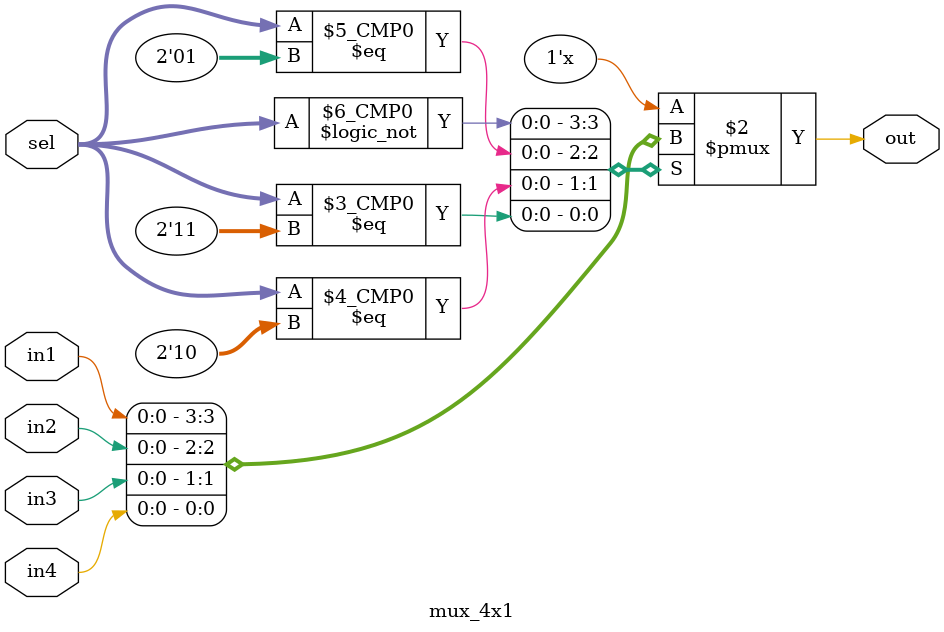
<source format=v>
`timescale 1ns / 1ps


module mux_4x1(
    input in1,
    input in2,
    input in3,
    input in4,
    input [1:0] sel,
    output reg out
    );
    
    always @(*) begin
        out = 'b0;
        case(sel)
            'b00: out = in1;
            'b01: out = in2;
            'b10: out = in3;
            'b11: out = in4;
        endcase
    end
    
endmodule

</source>
